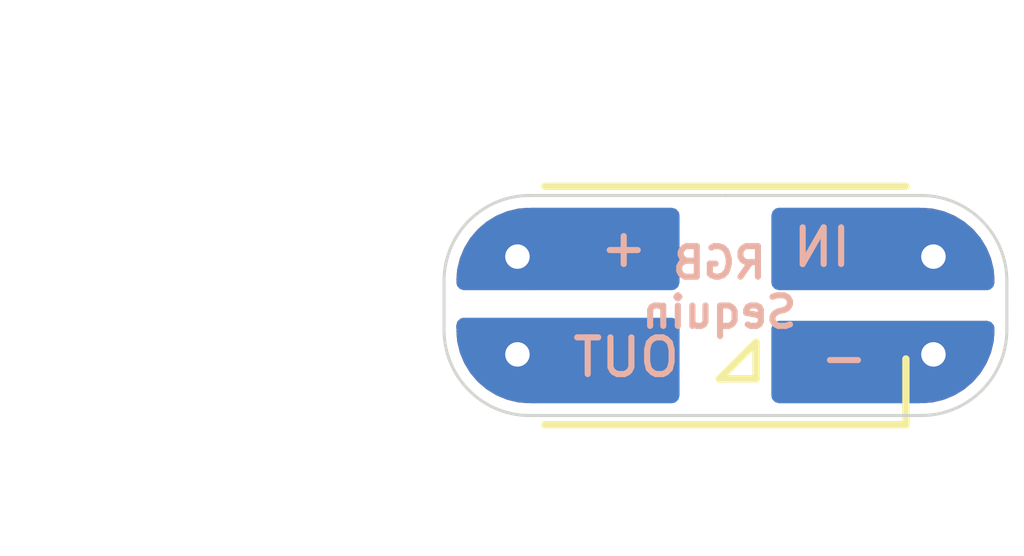
<source format=kicad_pcb>
(kicad_pcb (version 20211014) (generator pcbnew)
  (layers (0 "F.Cu" signal) (31 "B.Cu" signal) (34 "B.Paste" user) (35 "F.Paste" user) (36 "B.SilkS" user "B.Silkscreen") (37 "F.SilkS" user "F.Silkscreen") (38 "B.Mask" user) (39 "F.Mask" user) (44 "Edge.Cuts" user))
  (net 0 "")
  (net 1 "/-")
  (net 2 "/IN")
  (net 3 "/OUT")
  (net 4 "/+")
  (footprint "LED_SMD:LED_SK6812MINI_PLCC4_3.5x3.5mm_P1.75mm" (layer "F.Cu") (at 148.5 105)
    (fp_text reference "D1" hide)
    (fp_text value "WS2812B")
    (fp_line (start -2.95 -1.95) (end 2.95 -1.95) (layer "F.SilkS") (width 0.12))
    (fp_line (start 2.95 1.95) (end 2.95 0.875) (layer "F.SilkS") (width 0.12))
    (fp_line (start -2.95 1.95) (end 2.95 1.95) (layer "F.SilkS") (width 0.12))
    (pad "1" smd rect locked (at -1.75 -0.875) (size 1.6 0.85) (layers "F.Cu" "F.Paste" "F.Mask") (net 4 "/+"))
    (pad "2" smd rect locked (at -1.75 0.875) (size 1.6 0.85) (layers "F.Cu" "F.Paste" "F.Mask") (net 3 "/OUT"))
    (pad "3" smd rect locked (at 1.75 0.875) (size 1.6 0.85) (layers "F.Cu" "F.Paste" "F.Mask") (net 1 "/-"))
    (pad "4" smd rect locked (at 1.75 -0.875) (size 1.6 0.85) (layers "F.Cu" "F.Paste" "F.Mask") (net 2 "/IN"))
  )
  (gr_line (start 148.4 106.2) (end 149 106.2) (layer "F.SilkS") (width 0.12))
  (gr_line (start 149 106.2) (end 149 105.6) (layer "F.SilkS") (width 0.12))
  (gr_line (start 149 105.6) (end 148.4 106.2) (layer "F.SilkS") (width 0.12))
  (gr_arc (start 151.7 103.2) (mid 152.689949 103.610051) (end 153.1 104.6) (layer "Edge.Cuts") (width 0.05))
  (gr_line (start 143.9 105.4) (end 143.9 105) (layer "Edge.Cuts") (width 0.05))
  (gr_line (start 148.5 103.2) (end 151.7 103.2) (layer "Edge.Cuts") (width 0.05))
  (gr_line (start 151.7 106.8) (end 148.5 106.8) (layer "Edge.Cuts") (width 0.05))
  (gr_line (start 153.1 104.6) (end 153.1 105) (layer "Edge.Cuts") (width 0.05))
  (gr_arc (start 145.3 106.8) (mid 144.310051 106.389949) (end 143.9 105.4) (layer "Edge.Cuts") (width 0.05))
  (gr_arc (start 143.9 104.6) (mid 144.310051 103.610051) (end 145.3 103.2) (layer "Edge.Cuts") (width 0.05))
  (gr_line (start 145.3 103.2) (end 148.5 103.2) (layer "Edge.Cuts") (width 0.05))
  (gr_line (start 143.9 105) (end 143.9 104.6) (layer "Edge.Cuts") (width 0.05))
  (gr_line (start 153.1 105) (end 153.1 105.4) (layer "Edge.Cuts") (width 0.05))
  (gr_arc (start 153.1 105.4) (mid 152.689949 106.389949) (end 151.7 106.8) (layer "Edge.Cuts") (width 0.05))
  (gr_line (start 148.5 106.8) (end 145.3 106.8) (layer "Edge.Cuts") (width 0.05))
  (gr_text "+" (at 146.4 104.4) (layer "B.SilkS") (effects (font (size 0.6 0.6) (thickness 0.1)) (justify left bottom)))
  (gr_text "IN" (at 150.6 104.4) (layer "B.SilkS") (effects (font (size 0.6 0.6) (thickness 0.1)) (justify left bottom mirror)))
  (gr_text "-" (at 150 106.2) (layer "B.SilkS") (effects (font (size 0.6 0.6) (thickness 0.1)) (justify left bottom)))
  (gr_text "OUT" (at 147.8 106.2) (layer "B.SilkS") (effects (font (size 0.6 0.6) (thickness 0.1)) (justify left bottom mirror)))
  (gr_text "RGB\nSequin" (at 148.4 105.4) (layer "B.SilkS") (effects (font (size 0.5 0.5) (thickness 0.1)) (justify bottom mirror)))
  (via (at 151.9 105.8) (size 0.8) (drill 0.4) (layers "F.Cu" "B.Cu") (net 1))
  (via (at 151.9 104.2) (size 0.8) (drill 0.4) (layers "F.Cu" "B.Cu") (net 2))
  (via (at 145.1 105.8) (size 0.8) (drill 0.4) (layers "F.Cu" "B.Cu") (net 3))
  (via (at 145.1 104.2) (size 0.8) (drill 0.4) (layers "F.Cu" "B.Cu") (net 4))
  (zone (net 1) (net_name "/-") (layers F&B.Cu) (connect_pads (clearance 0.2)) (min_thickness 0.254) (fill yes (thermal_gap 0.508) (thermal_bridge_width 0.508))
    (polygon (pts (xy 153.25 107) (xy 149.25 107) (xy 149.25 105.25) (xy 153.25 105.25)))
  )
  (zone (net 4) (net_name "/+") (layers F&B.Cu) (connect_pads (clearance 0.2)) (min_thickness 0.254) (fill yes (thermal_gap 0.508) (thermal_bridge_width 0.508))
    (polygon (pts (xy 147.75 104.75) (xy 143.75 104.75) (xy 143.75 103) (xy 147.75 103)))
  )
  (zone (net 3) (net_name "/OUT") (layers F&B.Cu) (connect_pads (clearance 0.2)) (min_thickness 0.254) (fill yes (thermal_gap 0.508) (thermal_bridge_width 0.508))
    (polygon (pts (xy 147.75 106.95) (xy 143.75 106.95) (xy 143.75 105.2) (xy 147.75 105.2)))
  )
  (zone (net 2) (net_name "/IN") (layers F&B.Cu) (connect_pads (clearance 0.2)) (min_thickness 0.254) (fill yes (thermal_gap 0.508) (thermal_bridge_width 0.508))
    (polygon (pts (xy 153.25 104.75) (xy 149.25 104.75) (xy 149.25 103) (xy 153.25 103)))
  )
)
</source>
